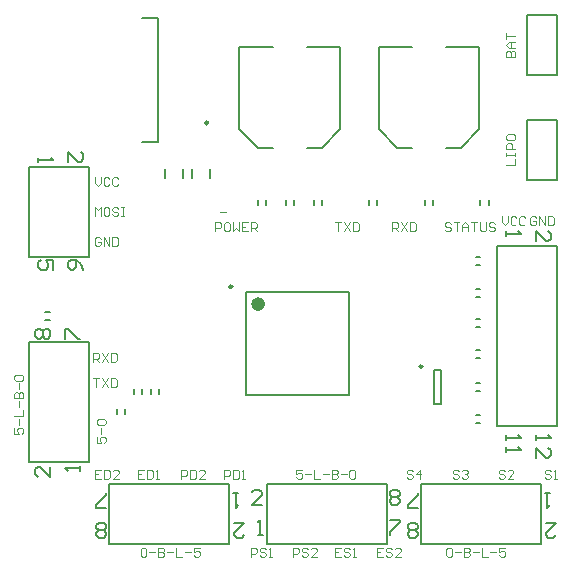
<source format=gto>
G04 Layer_Color=65535*
%FSLAX24Y24*%
%MOIN*%
G70*
G01*
G75*
%ADD26C,0.0236*%
%ADD27C,0.0098*%
%ADD28C,0.0079*%
%ADD29C,0.0049*%
%ADD30C,0.0080*%
D26*
X9699Y9719D02*
G03*
X9699Y9719I-118J0D01*
G01*
D27*
X8725Y10300D02*
G03*
X8725Y10300I-49J0D01*
G01*
X7913Y15767D02*
G03*
X7913Y15767I-49J0D01*
G01*
X15055Y7644D02*
G03*
X15055Y7644I-49J0D01*
G01*
D28*
X7380Y13921D02*
Y14236D01*
X7971Y13921D02*
Y14236D01*
X6493Y13921D02*
Y14236D01*
X7083Y13921D02*
Y14236D01*
X6012Y6721D02*
Y6879D01*
X6288Y6721D02*
Y6879D01*
X14998Y3729D02*
X18998D01*
X14998Y1729D02*
X18998D01*
Y3729D01*
X14998Y1729D02*
Y3729D01*
X5715Y6721D02*
Y6879D01*
X5440Y6721D02*
Y6879D01*
X17260Y13025D02*
Y13183D01*
X16984Y13025D02*
Y13183D01*
X15409Y13025D02*
Y13183D01*
X15133Y13025D02*
Y13183D01*
X13557Y13025D02*
Y13183D01*
X13282Y13025D02*
Y13183D01*
X5143Y6071D02*
Y6229D01*
X4867Y6071D02*
Y6229D01*
X4611Y3729D02*
X8611D01*
X4611Y1729D02*
X8611D01*
Y3729D01*
X4611Y1729D02*
Y3729D01*
X9187Y6687D02*
X12613D01*
X9187Y10113D02*
X12613D01*
Y6687D02*
Y10113D01*
X9187Y6687D02*
Y10113D01*
X9871Y1729D02*
X13871D01*
X9871Y3729D02*
X13871D01*
X9871Y1729D02*
Y3729D01*
X13871Y1729D02*
Y3729D01*
X18539Y19356D02*
X19539D01*
Y17356D02*
Y19356D01*
X18539Y17356D02*
X19539D01*
X18539D02*
Y19356D01*
Y15863D02*
X19539D01*
Y13863D02*
Y15863D01*
X18539Y13863D02*
X19539D01*
X18539D02*
Y15863D01*
X9579Y13025D02*
Y13183D01*
X9855Y13025D02*
Y13183D01*
X10780Y13025D02*
Y13183D01*
X10505Y13025D02*
Y13183D01*
X2471Y9173D02*
X2629D01*
X2471Y9449D02*
X2629D01*
X1959Y11305D02*
X3959D01*
X1959Y14305D02*
X3959D01*
Y11305D02*
Y14305D01*
X1959Y11305D02*
Y14305D01*
Y11305D02*
Y13222D01*
X11430Y13025D02*
Y13183D01*
X11706Y13025D02*
Y13183D01*
X5699Y19257D02*
X6250D01*
Y15123D02*
Y19257D01*
X5699Y15123D02*
X6250D01*
X14219Y14936D02*
X14711D01*
X13608Y15546D02*
X14219Y14936D01*
X16345D02*
X16955Y15546D01*
X15852Y14936D02*
X16345D01*
X13608Y15546D02*
Y18283D01*
X14711D01*
X15852D02*
X16955D01*
Y15546D02*
Y18283D01*
X9569Y14936D02*
X10061D01*
X8958Y15546D02*
X9569Y14936D01*
X11695D02*
X12305Y15546D01*
X11202Y14936D02*
X11695D01*
X8958Y15546D02*
Y18283D01*
X10061D01*
X11202D02*
X12305D01*
Y15546D02*
Y18283D01*
X17539Y5650D02*
Y11650D01*
Y5650D02*
X19539D01*
Y11650D01*
X17539D02*
X19539D01*
X15429Y6384D02*
Y7526D01*
X15685D01*
Y6384D02*
Y7526D01*
X15429Y6384D02*
X15685D01*
X3959Y4461D02*
Y8461D01*
X1959Y4461D02*
Y8461D01*
Y4461D02*
X3959D01*
X1959Y8461D02*
X3959D01*
X16828Y5762D02*
X16986D01*
X16828Y6038D02*
X16986D01*
X16828Y6812D02*
X16986D01*
X16828Y7088D02*
X16986D01*
X16828Y7912D02*
X16986D01*
X16828Y8188D02*
X16986D01*
X16828Y8962D02*
X16986D01*
X16828Y9238D02*
X16986D01*
X16828Y9962D02*
X16986D01*
X16828Y10238D02*
X16986D01*
X16828Y11012D02*
X16986D01*
X16828Y11288D02*
X16986D01*
D29*
X4205Y5297D02*
Y5100D01*
X4352D01*
X4303Y5198D01*
Y5248D01*
X4352Y5297D01*
X4451D01*
X4500Y5248D01*
Y5149D01*
X4451Y5100D01*
X4352Y5395D02*
Y5592D01*
X4254Y5690D02*
X4205Y5740D01*
Y5838D01*
X4254Y5887D01*
X4451D01*
X4500Y5838D01*
Y5740D01*
X4451Y5690D01*
X4254D01*
X1455Y5597D02*
Y5400D01*
X1602D01*
X1553Y5498D01*
Y5548D01*
X1602Y5597D01*
X1701D01*
X1750Y5548D01*
Y5449D01*
X1701Y5400D01*
X1602Y5695D02*
Y5892D01*
X1455Y5990D02*
X1750D01*
Y6187D01*
X1602Y6286D02*
Y6482D01*
X1455Y6581D02*
X1750D01*
Y6728D01*
X1701Y6778D01*
X1652D01*
X1602Y6728D01*
Y6581D01*
Y6728D01*
X1553Y6778D01*
X1504D01*
X1455Y6728D01*
Y6581D01*
X1602Y6876D02*
Y7073D01*
X1504Y7171D02*
X1455Y7220D01*
Y7319D01*
X1504Y7368D01*
X1701D01*
X1750Y7319D01*
Y7220D01*
X1701Y7171D01*
X1504D01*
X11051Y4195D02*
X10854D01*
Y4048D01*
X10953Y4097D01*
X11002D01*
X11051Y4048D01*
Y3949D01*
X11002Y3900D01*
X10903D01*
X10854Y3949D01*
X11149Y4048D02*
X11346D01*
X11444Y4195D02*
Y3900D01*
X11641D01*
X11740Y4048D02*
X11936D01*
X12035Y4195D02*
Y3900D01*
X12182D01*
X12232Y3949D01*
Y3998D01*
X12182Y4048D01*
X12035D01*
X12182D01*
X12232Y4097D01*
Y4146D01*
X12182Y4195D01*
X12035D01*
X12330Y4048D02*
X12527D01*
X12625Y4146D02*
X12674Y4195D01*
X12773D01*
X12822Y4146D01*
Y3949D01*
X12773Y3900D01*
X12674D01*
X12625Y3949D01*
Y4146D01*
X5661Y1546D02*
X5710Y1595D01*
X5808D01*
X5858Y1546D01*
Y1349D01*
X5808Y1300D01*
X5710D01*
X5661Y1349D01*
Y1546D01*
X5956Y1448D02*
X6153D01*
X6251Y1595D02*
Y1300D01*
X6399D01*
X6448Y1349D01*
Y1398D01*
X6399Y1448D01*
X6251D01*
X6399D01*
X6448Y1497D01*
Y1546D01*
X6399Y1595D01*
X6251D01*
X6546Y1448D02*
X6743D01*
X6842Y1595D02*
Y1300D01*
X7038D01*
X7137Y1448D02*
X7333D01*
X7629Y1595D02*
X7432D01*
Y1448D01*
X7530Y1497D01*
X7579D01*
X7629Y1448D01*
Y1349D01*
X7579Y1300D01*
X7481D01*
X7432Y1349D01*
X15850Y1546D02*
X15899Y1595D01*
X15998D01*
X16047Y1546D01*
Y1349D01*
X15998Y1300D01*
X15899D01*
X15850Y1349D01*
Y1546D01*
X16145Y1448D02*
X16342D01*
X16440Y1595D02*
Y1300D01*
X16588D01*
X16637Y1349D01*
Y1398D01*
X16588Y1448D01*
X16440D01*
X16588D01*
X16637Y1497D01*
Y1546D01*
X16588Y1595D01*
X16440D01*
X16736Y1448D02*
X16932D01*
X17031Y1595D02*
Y1300D01*
X17228D01*
X17326Y1448D02*
X17523D01*
X17818Y1595D02*
X17621D01*
Y1448D01*
X17719Y1497D01*
X17769D01*
X17818Y1448D01*
Y1349D01*
X17769Y1300D01*
X17670D01*
X17621Y1349D01*
X4329Y11904D02*
X4280Y11953D01*
X4182D01*
X4133Y11904D01*
Y11707D01*
X4182Y11658D01*
X4280D01*
X4329Y11707D01*
Y11805D01*
X4231D01*
X4428Y11658D02*
Y11953D01*
X4625Y11658D01*
Y11953D01*
X4723D02*
Y11658D01*
X4871D01*
X4920Y11707D01*
Y11904D01*
X4871Y11953D01*
X4723D01*
X4133Y12658D02*
Y12953D01*
X4231Y12855D01*
X4329Y12953D01*
Y12658D01*
X4575Y12953D02*
X4477D01*
X4428Y12904D01*
Y12707D01*
X4477Y12658D01*
X4575D01*
X4625Y12707D01*
Y12904D01*
X4575Y12953D01*
X4920Y12904D02*
X4871Y12953D01*
X4772D01*
X4723Y12904D01*
Y12855D01*
X4772Y12805D01*
X4871D01*
X4920Y12756D01*
Y12707D01*
X4871Y12658D01*
X4772D01*
X4723Y12707D01*
X5018Y12953D02*
X5117D01*
X5067D01*
Y12658D01*
X5018D01*
X5117D01*
X4133Y13953D02*
Y13756D01*
X4231Y13658D01*
X4329Y13756D01*
Y13953D01*
X4625Y13904D02*
X4575Y13953D01*
X4477D01*
X4428Y13904D01*
Y13707D01*
X4477Y13658D01*
X4575D01*
X4625Y13707D01*
X4920Y13904D02*
X4871Y13953D01*
X4772D01*
X4723Y13904D01*
Y13707D01*
X4772Y13658D01*
X4871D01*
X4920Y13707D01*
X4083Y7245D02*
X4279D01*
X4181D01*
Y6950D01*
X4378Y7245D02*
X4575Y6950D01*
Y7245D02*
X4378Y6950D01*
X4673Y7245D02*
Y6950D01*
X4821D01*
X4870Y6999D01*
Y7196D01*
X4821Y7245D01*
X4673D01*
X4083Y7800D02*
Y8095D01*
X4230D01*
X4279Y8046D01*
Y7948D01*
X4230Y7898D01*
X4083D01*
X4181D02*
X4279Y7800D01*
X4378Y8095D02*
X4575Y7800D01*
Y8095D02*
X4378Y7800D01*
X4673Y8095D02*
Y7800D01*
X4821D01*
X4870Y7849D01*
Y8046D01*
X4821Y8095D01*
X4673D01*
X5779Y4195D02*
X5583D01*
Y3900D01*
X5779D01*
X5583Y4048D02*
X5681D01*
X5878Y4195D02*
Y3900D01*
X6025D01*
X6075Y3949D01*
Y4146D01*
X6025Y4195D01*
X5878D01*
X6173Y3900D02*
X6271D01*
X6222D01*
Y4195D01*
X6173Y4146D01*
X4344Y4195D02*
X4147D01*
Y3900D01*
X4344D01*
X4147Y4048D02*
X4246D01*
X4443Y4195D02*
Y3900D01*
X4590D01*
X4639Y3949D01*
Y4146D01*
X4590Y4195D01*
X4443D01*
X4934Y3900D02*
X4738D01*
X4934Y4097D01*
Y4146D01*
X4885Y4195D01*
X4787D01*
X4738Y4146D01*
X7018Y3900D02*
Y4195D01*
X7166D01*
X7215Y4146D01*
Y4048D01*
X7166Y3998D01*
X7018D01*
X7313Y4195D02*
Y3900D01*
X7461D01*
X7510Y3949D01*
Y4146D01*
X7461Y4195D01*
X7313D01*
X7805Y3900D02*
X7608D01*
X7805Y4097D01*
Y4146D01*
X7756Y4195D01*
X7658D01*
X7608Y4146D01*
X8453Y3900D02*
Y4195D01*
X8601D01*
X8650Y4146D01*
Y4048D01*
X8601Y3998D01*
X8453D01*
X8749Y4195D02*
Y3900D01*
X8896D01*
X8945Y3949D01*
Y4146D01*
X8896Y4195D01*
X8749D01*
X9044Y3900D02*
X9142D01*
X9093D01*
Y4195D01*
X9044Y4146D01*
X10743Y1300D02*
Y1595D01*
X10891D01*
X10940Y1546D01*
Y1448D01*
X10891Y1398D01*
X10743D01*
X11235Y1546D02*
X11186Y1595D01*
X11088D01*
X11038Y1546D01*
Y1497D01*
X11088Y1448D01*
X11186D01*
X11235Y1398D01*
Y1349D01*
X11186Y1300D01*
X11088D01*
X11038Y1349D01*
X11530Y1300D02*
X11334D01*
X11530Y1497D01*
Y1546D01*
X11481Y1595D01*
X11383D01*
X11334Y1546D01*
X9341Y1300D02*
Y1595D01*
X9488D01*
X9537Y1546D01*
Y1448D01*
X9488Y1398D01*
X9341D01*
X9833Y1546D02*
X9783Y1595D01*
X9685D01*
X9636Y1546D01*
Y1497D01*
X9685Y1448D01*
X9783D01*
X9833Y1398D01*
Y1349D01*
X9783Y1300D01*
X9685D01*
X9636Y1349D01*
X9931Y1300D02*
X10029D01*
X9980D01*
Y1595D01*
X9931Y1546D01*
X12343Y1595D02*
X12146D01*
Y1300D01*
X12343D01*
X12146Y1448D02*
X12244D01*
X12638Y1546D02*
X12589Y1595D01*
X12490D01*
X12441Y1546D01*
Y1497D01*
X12490Y1448D01*
X12589D01*
X12638Y1398D01*
Y1349D01*
X12589Y1300D01*
X12490D01*
X12441Y1349D01*
X12736Y1300D02*
X12835D01*
X12785D01*
Y1595D01*
X12736Y1546D01*
X13745Y1595D02*
X13548D01*
Y1300D01*
X13745D01*
X13548Y1448D02*
X13647D01*
X14040Y1546D02*
X13991Y1595D01*
X13893D01*
X13844Y1546D01*
Y1497D01*
X13893Y1448D01*
X13991D01*
X14040Y1398D01*
Y1349D01*
X13991Y1300D01*
X13893D01*
X13844Y1349D01*
X14335Y1300D02*
X14139D01*
X14335Y1497D01*
Y1546D01*
X14286Y1595D01*
X14188D01*
X14139Y1546D01*
X19332Y4146D02*
X19283Y4195D01*
X19184D01*
X19135Y4146D01*
Y4097D01*
X19184Y4048D01*
X19283D01*
X19332Y3998D01*
Y3949D01*
X19283Y3900D01*
X19184D01*
X19135Y3949D01*
X19430Y3900D02*
X19529D01*
X19480D01*
Y4195D01*
X19430Y4146D01*
X17798D02*
X17749Y4195D01*
X17651D01*
X17601Y4146D01*
Y4097D01*
X17651Y4048D01*
X17749D01*
X17798Y3998D01*
Y3949D01*
X17749Y3900D01*
X17651D01*
X17601Y3949D01*
X18093Y3900D02*
X17897D01*
X18093Y4097D01*
Y4146D01*
X18044Y4195D01*
X17946D01*
X17897Y4146D01*
X14731D02*
X14682Y4195D01*
X14583D01*
X14534Y4146D01*
Y4097D01*
X14583Y4048D01*
X14682D01*
X14731Y3998D01*
Y3949D01*
X14682Y3900D01*
X14583D01*
X14534Y3949D01*
X14977Y3900D02*
Y4195D01*
X14829Y4048D01*
X15026D01*
X16265Y4146D02*
X16215Y4195D01*
X16117D01*
X16068Y4146D01*
Y4097D01*
X16117Y4048D01*
X16215D01*
X16265Y3998D01*
Y3949D01*
X16215Y3900D01*
X16117D01*
X16068Y3949D01*
X16363Y4146D02*
X16412Y4195D01*
X16511D01*
X16560Y4146D01*
Y4097D01*
X16511Y4048D01*
X16461D01*
X16511D01*
X16560Y3998D01*
Y3949D01*
X16511Y3900D01*
X16412D01*
X16363Y3949D01*
X18847Y12596D02*
X18798Y12645D01*
X18699D01*
X18650Y12596D01*
Y12399D01*
X18699Y12350D01*
X18798D01*
X18847Y12399D01*
Y12498D01*
X18748D01*
X18945Y12350D02*
Y12645D01*
X19142Y12350D01*
Y12645D01*
X19240D02*
Y12350D01*
X19388D01*
X19437Y12399D01*
Y12596D01*
X19388Y12645D01*
X19240D01*
X17700D02*
Y12448D01*
X17798Y12350D01*
X17897Y12448D01*
Y12645D01*
X18192Y12596D02*
X18143Y12645D01*
X18044D01*
X17995Y12596D01*
Y12399D01*
X18044Y12350D01*
X18143D01*
X18192Y12399D01*
X18487Y12596D02*
X18438Y12645D01*
X18340D01*
X18290Y12596D01*
Y12399D01*
X18340Y12350D01*
X18438D01*
X18487Y12399D01*
X17855Y14347D02*
X18150D01*
Y14544D01*
X17855Y14642D02*
Y14740D01*
Y14691D01*
X18150D01*
Y14642D01*
Y14740D01*
Y14888D02*
X17855D01*
Y15036D01*
X17904Y15085D01*
X18002D01*
X18052Y15036D01*
Y14888D01*
X17855Y15331D02*
Y15232D01*
X17904Y15183D01*
X18101D01*
X18150Y15232D01*
Y15331D01*
X18101Y15380D01*
X17904D01*
X17855Y15331D01*
Y17962D02*
X18150D01*
Y18110D01*
X18101Y18159D01*
X18052D01*
X18002Y18110D01*
Y17962D01*
Y18110D01*
X17953Y18159D01*
X17904D01*
X17855Y18110D01*
Y17962D01*
X18150Y18257D02*
X17953D01*
X17855Y18356D01*
X17953Y18454D01*
X18150D01*
X18002D01*
Y18257D01*
X17855Y18552D02*
Y18749D01*
Y18651D01*
X18150D01*
X15997Y12396D02*
X15948Y12445D01*
X15849D01*
X15800Y12396D01*
Y12347D01*
X15849Y12298D01*
X15948D01*
X15997Y12248D01*
Y12199D01*
X15948Y12150D01*
X15849D01*
X15800Y12199D01*
X16095Y12445D02*
X16292D01*
X16194D01*
Y12150D01*
X16390D02*
Y12347D01*
X16489Y12445D01*
X16587Y12347D01*
Y12150D01*
Y12298D01*
X16390D01*
X16686Y12445D02*
X16882D01*
X16784D01*
Y12150D01*
X16981Y12445D02*
Y12199D01*
X17030Y12150D01*
X17128D01*
X17178Y12199D01*
Y12445D01*
X17473Y12396D02*
X17423Y12445D01*
X17325D01*
X17276Y12396D01*
Y12347D01*
X17325Y12298D01*
X17423D01*
X17473Y12248D01*
Y12199D01*
X17423Y12150D01*
X17325D01*
X17276Y12199D01*
X14050Y12150D02*
Y12445D01*
X14198D01*
X14247Y12396D01*
Y12298D01*
X14198Y12248D01*
X14050D01*
X14148D02*
X14247Y12150D01*
X14345Y12445D02*
X14542Y12150D01*
Y12445D02*
X14345Y12150D01*
X14640Y12445D02*
Y12150D01*
X14788D01*
X14837Y12199D01*
Y12396D01*
X14788Y12445D01*
X14640D01*
X12150D02*
X12347D01*
X12248D01*
Y12150D01*
X12445Y12445D02*
X12642Y12150D01*
Y12445D02*
X12445Y12150D01*
X12740Y12445D02*
Y12150D01*
X12888D01*
X12937Y12199D01*
Y12396D01*
X12888Y12445D01*
X12740D01*
X8150Y12150D02*
Y12445D01*
X8298D01*
X8347Y12396D01*
Y12298D01*
X8298Y12248D01*
X8150D01*
X8593Y12445D02*
X8494D01*
X8445Y12396D01*
Y12199D01*
X8494Y12150D01*
X8593D01*
X8642Y12199D01*
Y12396D01*
X8593Y12445D01*
X8740D02*
Y12150D01*
X8839Y12248D01*
X8937Y12150D01*
Y12445D01*
X9232D02*
X9036D01*
Y12150D01*
X9232D01*
X9036Y12298D02*
X9134D01*
X9331Y12150D02*
Y12445D01*
X9478D01*
X9528Y12396D01*
Y12298D01*
X9478Y12248D01*
X9331D01*
X9429D02*
X9528Y12150D01*
X8300Y12798D02*
X8497D01*
D30*
X19165Y2429D02*
X19498D01*
X19165Y2096D01*
Y2012D01*
X19248Y1929D01*
X19415D01*
X19498Y2012D01*
X19298Y3429D02*
X19131D01*
X19215D01*
Y2929D01*
X19298Y3012D01*
X14898Y2929D02*
X14565D01*
Y3012D01*
X14898Y3346D01*
Y3429D01*
Y2012D02*
X14815Y1929D01*
X14648D01*
X14565Y2012D01*
Y2096D01*
X14648Y2179D01*
X14565Y2262D01*
Y2346D01*
X14648Y2429D01*
X14815D01*
X14898Y2346D01*
Y2262D01*
X14815Y2179D01*
X14898Y2096D01*
Y2012D01*
X14815Y2179D02*
X14648D01*
X8778Y2429D02*
X9111D01*
X8778Y2096D01*
Y2012D01*
X8861Y1929D01*
X9028D01*
X9111Y2012D01*
X8911Y3429D02*
X8745D01*
X8828D01*
Y2929D01*
X8911Y3012D01*
X4511Y2929D02*
X4178D01*
Y3012D01*
X4511Y3346D01*
Y3429D01*
Y2012D02*
X4428Y1929D01*
X4261D01*
X4178Y2012D01*
Y2096D01*
X4261Y2179D01*
X4178Y2262D01*
Y2346D01*
X4261Y2429D01*
X4428D01*
X4511Y2346D01*
Y2262D01*
X4428Y2179D01*
X4511Y2096D01*
Y2012D01*
X4428Y2179D02*
X4261D01*
X9705Y3029D02*
X9371D01*
X9705Y3362D01*
Y3445D01*
X9621Y3529D01*
X9455D01*
X9371Y3445D01*
X9571Y2029D02*
X9738D01*
X9655D01*
Y2529D01*
X9571Y2445D01*
X13971Y2529D02*
X14305D01*
Y2445D01*
X13971Y2112D01*
Y2029D01*
Y3445D02*
X14055Y3529D01*
X14221D01*
X14305Y3445D01*
Y3362D01*
X14221Y3279D01*
X14305Y3195D01*
Y3112D01*
X14221Y3029D01*
X14055D01*
X13971Y3112D01*
Y3195D01*
X14055Y3279D01*
X13971Y3362D01*
Y3445D01*
X14055Y3279D02*
X14221D01*
X3758Y10872D02*
X3675Y11039D01*
X3509Y11205D01*
X3342D01*
X3259Y11122D01*
Y10955D01*
X3342Y10872D01*
X3425D01*
X3509Y10955D01*
Y11205D01*
X2758Y10872D02*
Y11205D01*
X2509D01*
X2592Y11039D01*
Y10955D01*
X2509Y10872D01*
X2342D01*
X2259Y10955D01*
Y11122D01*
X2342Y11205D01*
X3259Y14472D02*
Y14805D01*
X3592Y14472D01*
X3675D01*
X3758Y14555D01*
Y14722D01*
X3675Y14805D01*
X2259Y14605D02*
Y14439D01*
Y14522D01*
X2758D01*
X2675Y14605D01*
X18839Y5350D02*
Y5183D01*
Y5267D01*
X19338D01*
X19255Y5350D01*
X18839Y4600D02*
Y4933D01*
X19172Y4600D01*
X19255D01*
X19338Y4684D01*
Y4850D01*
X19255Y4933D01*
X17839Y4950D02*
Y4783D01*
Y4867D01*
X18338D01*
X18255Y4950D01*
X17839Y5350D02*
Y5183D01*
Y5267D01*
X18338D01*
X18255Y5350D01*
X17839Y12150D02*
Y11983D01*
Y12067D01*
X18338D01*
X18255Y12150D01*
X18839Y11817D02*
Y12150D01*
X19172Y11817D01*
X19255D01*
X19338Y11900D01*
Y12067D01*
X19255Y12150D01*
X2659Y4294D02*
Y3961D01*
X2325Y4294D01*
X2242D01*
X2159Y4211D01*
Y4044D01*
X2242Y3961D01*
X3659Y4161D02*
Y4328D01*
Y4244D01*
X3159D01*
X3242Y4161D01*
X3159Y8561D02*
Y8894D01*
X3242D01*
X3575Y8561D01*
X3659D01*
X2242D02*
X2159Y8644D01*
Y8811D01*
X2242Y8894D01*
X2325D01*
X2409Y8811D01*
X2492Y8894D01*
X2575D01*
X2659Y8811D01*
Y8644D01*
X2575Y8561D01*
X2492D01*
X2409Y8644D01*
X2325Y8561D01*
X2242D01*
X2409Y8644D02*
Y8811D01*
M02*

</source>
